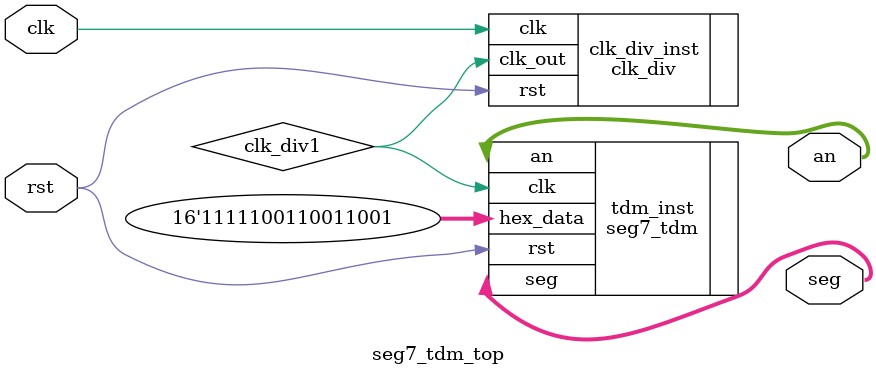
<source format=v>
`timescale 1ns / 1ps


module seg7_tdm_top(
    input wire clk,       // 100 MHz clock input
    input wire rst,       // Asynchronous reset
    output wire [3:0] an, // Anodes for 7-segment displays
    output wire [6:0] seg // Segments for 7-segment displays
);
    wire clk_div1; // Divided clock signal

    // Instantiate clock divider
    clk_div clk_div_inst (
        .clk(clk),
        .rst(rst),
        .clk_out(clk_div1)
    );

    // Instantiate seven_segment_tdm
    seg7_tdm tdm_inst (
        .clk(clk_div1),
        .rst(rst),
        .hex_data(16'hF999), // Hardcoded 16-bit hex value
        .an(an),
        .seg(seg)
    );
endmodule
</source>
